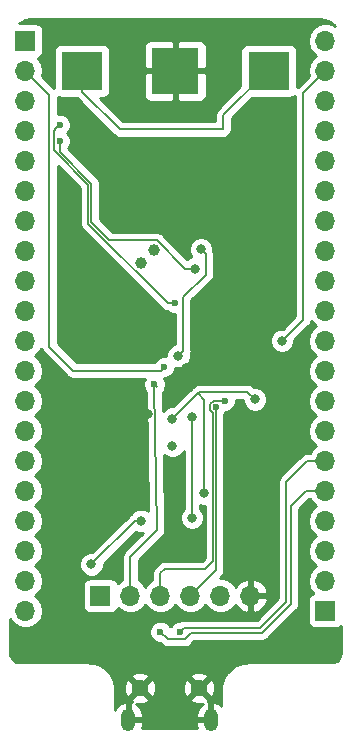
<source format=gbr>
G04 #@! TF.GenerationSoftware,KiCad,Pcbnew,(5.0.0)*
G04 #@! TF.CreationDate,2018-12-13T18:38:50+00:00*
G04 #@! TF.ProjectId,mogo,6D6F676F2E6B696361645F7063620000,rev?*
G04 #@! TF.SameCoordinates,Original*
G04 #@! TF.FileFunction,Copper,L2,Bot,Signal*
G04 #@! TF.FilePolarity,Positive*
%FSLAX46Y46*%
G04 Gerber Fmt 4.6, Leading zero omitted, Abs format (unit mm)*
G04 Created by KiCad (PCBNEW (5.0.0)) date 12/13/18 18:38:50*
%MOMM*%
%LPD*%
G01*
G04 APERTURE LIST*
G04 #@! TA.AperFunction,ComponentPad*
%ADD10R,1.700000X1.700000*%
G04 #@! TD*
G04 #@! TA.AperFunction,ComponentPad*
%ADD11O,1.700000X1.700000*%
G04 #@! TD*
G04 #@! TA.AperFunction,SMDPad,CuDef*
%ADD12R,4.000000X4.000000*%
G04 #@! TD*
G04 #@! TA.AperFunction,SMDPad,CuDef*
%ADD13R,3.500000X3.300000*%
G04 #@! TD*
G04 #@! TA.AperFunction,ComponentPad*
%ADD14O,1.200000X1.900000*%
G04 #@! TD*
G04 #@! TA.AperFunction,ComponentPad*
%ADD15C,1.450000*%
G04 #@! TD*
G04 #@! TA.AperFunction,ComponentPad*
%ADD16C,1.000000*%
G04 #@! TD*
G04 #@! TA.AperFunction,ViaPad*
%ADD17C,0.800000*%
G04 #@! TD*
G04 #@! TA.AperFunction,ViaPad*
%ADD18C,0.600000*%
G04 #@! TD*
G04 #@! TA.AperFunction,Conductor*
%ADD19C,0.127000*%
G04 #@! TD*
G04 #@! TA.AperFunction,Conductor*
%ADD20C,0.254000*%
G04 #@! TD*
G04 APERTURE END LIST*
D10*
G04 #@! TO.P,J3,1*
G04 #@! TO.N,/PB15*
X93980000Y-157480000D03*
D11*
G04 #@! TO.P,J3,2*
G04 #@! TO.N,/PA8*
X93980000Y-154940000D03*
G04 #@! TO.P,J3,3*
G04 #@! TO.N,/PA9*
X93980000Y-152400000D03*
G04 #@! TO.P,J3,4*
G04 #@! TO.N,/PA10*
X93980000Y-149860000D03*
G04 #@! TO.P,J3,5*
G04 #@! TO.N,/USB_D-*
X93980000Y-147320000D03*
G04 #@! TO.P,J3,6*
G04 #@! TO.N,/USB_D+*
X93980000Y-144780000D03*
G04 #@! TO.P,J3,7*
G04 #@! TO.N,/SWDIO*
X93980000Y-142240000D03*
G04 #@! TO.P,J3,8*
G04 #@! TO.N,/SWCLK*
X93980000Y-139700000D03*
G04 #@! TO.P,J3,9*
G04 #@! TO.N,/PA15*
X93980000Y-137160000D03*
G04 #@! TO.P,J3,10*
G04 #@! TO.N,/PB3*
X93980000Y-134620000D03*
G04 #@! TO.P,J3,11*
G04 #@! TO.N,/PB4*
X93980000Y-132080000D03*
G04 #@! TO.P,J3,12*
G04 #@! TO.N,/PB5*
X93980000Y-129540000D03*
G04 #@! TO.P,J3,13*
G04 #@! TO.N,/PB6*
X93980000Y-127000000D03*
G04 #@! TO.P,J3,14*
G04 #@! TO.N,/PB7*
X93980000Y-124460000D03*
G04 #@! TO.P,J3,15*
G04 #@! TO.N,/PB8*
X93980000Y-121920000D03*
G04 #@! TO.P,J3,16*
G04 #@! TO.N,/PB9*
X93980000Y-119380000D03*
G04 #@! TO.P,J3,17*
G04 #@! TO.N,+BATT*
X93980000Y-116840000D03*
G04 #@! TO.P,J3,18*
G04 #@! TO.N,/_RESET*
X93980000Y-114300000D03*
G04 #@! TO.P,J3,19*
G04 #@! TO.N,/BOOT0*
X93980000Y-111760000D03*
G04 #@! TO.P,J3,20*
G04 #@! TO.N,VBUS*
X93980000Y-109220000D03*
G04 #@! TD*
D12*
G04 #@! TO.P,BT1,2*
G04 #@! TO.N,GND*
X81280000Y-111760000D03*
D13*
G04 #@! TO.P,BT1,1*
G04 #@! TO.N,Net-(BT1-Pad1)*
X89180000Y-111760000D03*
X73380000Y-111760000D03*
G04 #@! TD*
D14*
G04 #@! TO.P,J1,6*
G04 #@! TO.N,GND*
X84280000Y-166720000D03*
X77280000Y-166720000D03*
D15*
X83280000Y-164020000D03*
X78280000Y-164020000D03*
G04 #@! TD*
D11*
G04 #@! TO.P,J4,20*
G04 #@! TO.N,/PB14*
X68580000Y-157480000D03*
G04 #@! TO.P,J4,19*
G04 #@! TO.N,/PB13*
X68580000Y-154940000D03*
G04 #@! TO.P,J4,18*
G04 #@! TO.N,/PB12*
X68580000Y-152400000D03*
G04 #@! TO.P,J4,17*
G04 #@! TO.N,/PB11*
X68580000Y-149860000D03*
G04 #@! TO.P,J4,16*
G04 #@! TO.N,/PB10*
X68580000Y-147320000D03*
G04 #@! TO.P,J4,15*
G04 #@! TO.N,/PB2*
X68580000Y-144780000D03*
G04 #@! TO.P,J4,14*
G04 #@! TO.N,/PB1*
X68580000Y-142240000D03*
G04 #@! TO.P,J4,13*
G04 #@! TO.N,/PB0*
X68580000Y-139700000D03*
G04 #@! TO.P,J4,12*
G04 #@! TO.N,/PA7*
X68580000Y-137160000D03*
G04 #@! TO.P,J4,11*
G04 #@! TO.N,/PA6*
X68580000Y-134620000D03*
G04 #@! TO.P,J4,10*
G04 #@! TO.N,/PA5*
X68580000Y-132080000D03*
G04 #@! TO.P,J4,9*
G04 #@! TO.N,/PA4*
X68580000Y-129540000D03*
G04 #@! TO.P,J4,8*
G04 #@! TO.N,/PA3*
X68580000Y-127000000D03*
G04 #@! TO.P,J4,7*
G04 #@! TO.N,/PA2*
X68580000Y-124460000D03*
G04 #@! TO.P,J4,6*
G04 #@! TO.N,/PA1*
X68580000Y-121920000D03*
G04 #@! TO.P,J4,5*
G04 #@! TO.N,/PA0*
X68580000Y-119380000D03*
G04 #@! TO.P,J4,4*
G04 #@! TO.N,/RTC_OSC_OUT*
X68580000Y-116840000D03*
G04 #@! TO.P,J4,3*
G04 #@! TO.N,/RTC_OSC_IN*
X68580000Y-114300000D03*
G04 #@! TO.P,J4,2*
G04 #@! TO.N,/PC13*
X68580000Y-111760000D03*
D10*
G04 #@! TO.P,J4,1*
G04 #@! TO.N,+3V3*
X68580000Y-109220000D03*
G04 #@! TD*
D16*
G04 #@! TO.P,Y2,2*
G04 #@! TO.N,Net-(C4-Pad1)*
X79419660Y-126955340D03*
G04 #@! TO.P,Y2,1*
G04 #@! TO.N,Net-(C3-Pad1)*
X78359000Y-128016000D03*
G04 #@! TD*
D10*
G04 #@! TO.P,J2,1*
G04 #@! TO.N,+3V3*
X74930000Y-156210000D03*
D11*
G04 #@! TO.P,J2,2*
G04 #@! TO.N,/_RESET*
X77470000Y-156210000D03*
G04 #@! TO.P,J2,3*
G04 #@! TO.N,/SWCLK*
X80010000Y-156210000D03*
G04 #@! TO.P,J2,4*
G04 #@! TO.N,/SWDIO*
X82550000Y-156210000D03*
G04 #@! TO.P,J2,5*
G04 #@! TO.N,/BOOT0*
X85090000Y-156210000D03*
G04 #@! TO.P,J2,6*
G04 #@! TO.N,GND*
X87630000Y-156210000D03*
G04 #@! TD*
D17*
G04 #@! TO.N,GND*
X76962000Y-149098000D03*
X80137000Y-152146000D03*
X73787000Y-145415000D03*
X78994000Y-140843000D03*
X90551000Y-140462000D03*
X87884000Y-144907000D03*
X91059000Y-160909000D03*
X68326000Y-160655000D03*
X73406000Y-139827000D03*
X73533000Y-132588000D03*
X86995000Y-130683000D03*
X79883000Y-123317000D03*
X83566000Y-138049000D03*
X82169000Y-136906000D03*
X77978000Y-112141000D03*
X84582000Y-112141000D03*
X90424000Y-114935000D03*
G04 #@! TO.N,Net-(BT1-Pad1)*
X89154000Y-111887000D03*
G04 #@! TO.N,+3V3*
X81534000Y-135890000D03*
X83726000Y-147541000D03*
X81026000Y-143510000D03*
X88011000Y-139573000D03*
X81026000Y-141213767D03*
X74168000Y-153543000D03*
X78359000Y-149860000D03*
X83439000Y-126873000D03*
G04 #@! TO.N,/BOOT0*
X82677000Y-149606000D03*
X82677000Y-141097000D03*
X90297000Y-134620000D03*
D18*
G04 #@! TO.N,/SWDIO*
X84709000Y-140208000D03*
G04 #@! TO.N,/SWCLK*
X85471000Y-139674864D03*
G04 #@! TO.N,/_RESET*
X79502000Y-138303000D03*
G04 #@! TO.N,/USB_D+*
X81661000Y-159258000D03*
G04 #@! TO.N,/USB_D-*
X80010000Y-159258000D03*
G04 #@! TO.N,/RTC_OSC_OUT*
X71461999Y-117689999D03*
D17*
X82931000Y-128524000D03*
D18*
G04 #@! TO.N,/RTC_OSC_IN*
X71501000Y-116332000D03*
X81280000Y-131445000D03*
G04 #@! TO.N,/PC13*
X80325405Y-136844595D03*
G04 #@! TD*
D19*
G04 #@! TO.N,Net-(BT1-Pad1)*
X89080000Y-111760000D02*
X89180000Y-111760000D01*
X85344000Y-115496000D02*
X89080000Y-111760000D01*
X85344000Y-116713000D02*
X85344000Y-115496000D01*
X76556000Y-116713000D02*
X85344000Y-116713000D01*
X73380000Y-113537000D02*
X76556000Y-116713000D01*
X73380000Y-111760000D02*
X73380000Y-113537000D01*
G04 #@! TO.N,+3V3*
X87376000Y-138938000D02*
X83312000Y-138938000D01*
X88011000Y-139573000D02*
X87376000Y-138938000D01*
X77851000Y-149860000D02*
X78359000Y-149860000D01*
X74168000Y-153543000D02*
X77851000Y-149860000D01*
X81933999Y-135490001D02*
X81933999Y-130918001D01*
X81534000Y-135890000D02*
X81933999Y-135490001D01*
X83838999Y-127272999D02*
X83439000Y-126873000D01*
X83838999Y-129013001D02*
X83838999Y-127272999D01*
X81933999Y-130918001D02*
X83838999Y-129013001D01*
X83726000Y-139606000D02*
X83185000Y-139065000D01*
X83726000Y-147541000D02*
X83726000Y-139606000D01*
X83312000Y-138938000D02*
X83185000Y-139065000D01*
X83185000Y-139065000D02*
X81026000Y-141224000D01*
G04 #@! TO.N,/BOOT0*
X82677000Y-149606000D02*
X82677000Y-141097000D01*
X82677000Y-141097000D02*
X82677000Y-141097000D01*
X82677000Y-141097000D02*
X82677000Y-141097000D01*
X92066499Y-113673501D02*
X92066499Y-132850501D01*
X93980000Y-111760000D02*
X92066499Y-113673501D01*
X92066499Y-132850501D02*
X90297000Y-134620000D01*
X90297000Y-134620000D02*
X90297000Y-134620000D01*
G04 #@! TO.N,/SWDIO*
X84709000Y-154051000D02*
X82550000Y-156210000D01*
X84709000Y-140208000D02*
X84709000Y-154051000D01*
G04 #@! TO.N,/SWCLK*
X80010000Y-154305000D02*
X80010000Y-156210000D01*
X80391000Y-153924000D02*
X80010000Y-154305000D01*
X83820000Y-153924000D02*
X80391000Y-153924000D01*
X84516194Y-139674864D02*
X84201000Y-139990058D01*
X85471000Y-139674864D02*
X84516194Y-139674864D01*
X84201000Y-139990058D02*
X84201000Y-140462000D01*
X84201000Y-140462000D02*
X84455000Y-140716000D01*
X84455000Y-140716000D02*
X84455000Y-153289000D01*
X84455000Y-153289000D02*
X83820000Y-153924000D01*
G04 #@! TO.N,/_RESET*
X77470000Y-156210000D02*
X77470000Y-152908000D01*
X79711501Y-150666499D02*
X79502000Y-138303000D01*
X77470000Y-152908000D02*
X79711501Y-150666499D01*
X79711501Y-138512501D02*
X79502000Y-138303000D01*
X79502000Y-138303000D02*
X79711501Y-138512501D01*
G04 #@! TO.N,/USB_D+*
X92456000Y-144780000D02*
X93980000Y-144780000D01*
X90678000Y-146558000D02*
X92456000Y-144780000D01*
X90678000Y-156718000D02*
X90678000Y-146558000D01*
X88437999Y-158958001D02*
X90678000Y-156718000D01*
X81661000Y-159258000D02*
X81960999Y-158958001D01*
X81960999Y-158958001D02*
X88437999Y-158958001D01*
G04 #@! TO.N,/USB_D-*
X92329000Y-147320000D02*
X93980000Y-147320000D01*
X91059000Y-148590000D02*
X92329000Y-147320000D01*
X80623501Y-159871501D02*
X82063499Y-159871501D01*
X80010000Y-159258000D02*
X80623501Y-159871501D01*
X82063499Y-159871501D02*
X82599989Y-159335011D01*
X82599989Y-159335011D02*
X88594162Y-159335010D01*
X88594162Y-159335010D02*
X91059000Y-156870172D01*
X91059000Y-156870172D02*
X91059000Y-148590000D01*
G04 #@! TO.N,/RTC_OSC_OUT*
X71461999Y-117689999D02*
X71461999Y-118600775D01*
X74168000Y-121306776D02*
X74168000Y-124595758D01*
X71461999Y-118600775D02*
X74168000Y-121306776D01*
X74168000Y-124595758D02*
X75683242Y-126111000D01*
X79705302Y-126111000D02*
X82118302Y-128524000D01*
X75683242Y-126111000D02*
X79705302Y-126111000D01*
X82118302Y-128524000D02*
X82931000Y-128524000D01*
X82931000Y-128524000D02*
X82931000Y-128651000D01*
X82931000Y-128524000D02*
X82931000Y-128524000D01*
G04 #@! TO.N,/RTC_OSC_IN*
X73914000Y-124700982D02*
X80658018Y-131445000D01*
X80658018Y-131445000D02*
X81280000Y-131445000D01*
X81280000Y-131445000D02*
X81280000Y-131445000D01*
X73914000Y-124700982D02*
X73914000Y-121412000D01*
X71201001Y-116631999D02*
X71501000Y-116332000D01*
X70971498Y-116861502D02*
X71201001Y-116631999D01*
X70971498Y-118469498D02*
X70971498Y-116861502D01*
X73914000Y-121412000D02*
X70971498Y-118469498D01*
G04 #@! TO.N,/PC13*
X80025406Y-137144594D02*
X72628594Y-137144594D01*
X80325405Y-136844595D02*
X80025406Y-137144594D01*
X72628594Y-137144594D02*
X70612000Y-135128000D01*
X70612000Y-113792000D02*
X68580000Y-111760000D01*
X70612000Y-135128000D02*
X70612000Y-113792000D01*
G04 #@! TD*
D20*
G04 #@! TO.N,GND*
G36*
X91368000Y-132561172D02*
X90344173Y-133585000D01*
X90091126Y-133585000D01*
X89710720Y-133742569D01*
X89419569Y-134033720D01*
X89262000Y-134414126D01*
X89262000Y-134825874D01*
X89419569Y-135206280D01*
X89710720Y-135497431D01*
X90091126Y-135655000D01*
X90502874Y-135655000D01*
X90883280Y-135497431D01*
X91174431Y-135206280D01*
X91332000Y-134825874D01*
X91332000Y-134572827D01*
X92511768Y-133393060D01*
X92570089Y-133354091D01*
X92724471Y-133123042D01*
X92762661Y-132931051D01*
X92909375Y-133150625D01*
X93207761Y-133350000D01*
X92909375Y-133549375D01*
X92581161Y-134040582D01*
X92465908Y-134620000D01*
X92581161Y-135199418D01*
X92909375Y-135690625D01*
X93207761Y-135890000D01*
X92909375Y-136089375D01*
X92581161Y-136580582D01*
X92465908Y-137160000D01*
X92581161Y-137739418D01*
X92909375Y-138230625D01*
X93207761Y-138430000D01*
X92909375Y-138629375D01*
X92581161Y-139120582D01*
X92465908Y-139700000D01*
X92581161Y-140279418D01*
X92909375Y-140770625D01*
X93207761Y-140970000D01*
X92909375Y-141169375D01*
X92581161Y-141660582D01*
X92465908Y-142240000D01*
X92581161Y-142819418D01*
X92909375Y-143310625D01*
X93207761Y-143510000D01*
X92909375Y-143709375D01*
X92660729Y-144081500D01*
X92524794Y-144081500D01*
X92456000Y-144067816D01*
X92387206Y-144081500D01*
X92183459Y-144122028D01*
X91952410Y-144276410D01*
X91913441Y-144334731D01*
X90232731Y-146015442D01*
X90174411Y-146054410D01*
X90135442Y-146112731D01*
X90020028Y-146285460D01*
X89965817Y-146558000D01*
X89979501Y-146626795D01*
X89979500Y-156428672D01*
X88148672Y-158259501D01*
X82029793Y-158259501D01*
X81960999Y-158245817D01*
X81892205Y-158259501D01*
X81688458Y-158300029D01*
X81654079Y-158323000D01*
X81475017Y-158323000D01*
X81131365Y-158465345D01*
X80868345Y-158728365D01*
X80835500Y-158807660D01*
X80802655Y-158728365D01*
X80539635Y-158465345D01*
X80195983Y-158323000D01*
X79824017Y-158323000D01*
X79480365Y-158465345D01*
X79217345Y-158728365D01*
X79075000Y-159072017D01*
X79075000Y-159443983D01*
X79217345Y-159787635D01*
X79480365Y-160050655D01*
X79824017Y-160193000D01*
X79957172Y-160193000D01*
X80080942Y-160316770D01*
X80119911Y-160375091D01*
X80350960Y-160529473D01*
X80554707Y-160570001D01*
X80554711Y-160570001D01*
X80623500Y-160583684D01*
X80692289Y-160570001D01*
X81994709Y-160570001D01*
X82063499Y-160583684D01*
X82132289Y-160570001D01*
X82132293Y-160570001D01*
X82336040Y-160529473D01*
X82567089Y-160375091D01*
X82606059Y-160316768D01*
X82889317Y-160033511D01*
X88525367Y-160033509D01*
X88594162Y-160047193D01*
X88866702Y-159992982D01*
X89039431Y-159877568D01*
X89097752Y-159838599D01*
X89136720Y-159780279D01*
X91504271Y-157412729D01*
X91562589Y-157373762D01*
X91601556Y-157315444D01*
X91601558Y-157315442D01*
X91716971Y-157142714D01*
X91716972Y-157142713D01*
X91757500Y-156938966D01*
X91757500Y-156938962D01*
X91771183Y-156870173D01*
X91757500Y-156801384D01*
X91757500Y-148879327D01*
X92618328Y-148018500D01*
X92660729Y-148018500D01*
X92909375Y-148390625D01*
X93207761Y-148590000D01*
X92909375Y-148789375D01*
X92581161Y-149280582D01*
X92465908Y-149860000D01*
X92581161Y-150439418D01*
X92909375Y-150930625D01*
X93207761Y-151130000D01*
X92909375Y-151329375D01*
X92581161Y-151820582D01*
X92465908Y-152400000D01*
X92581161Y-152979418D01*
X92909375Y-153470625D01*
X93207761Y-153670000D01*
X92909375Y-153869375D01*
X92581161Y-154360582D01*
X92465908Y-154940000D01*
X92581161Y-155519418D01*
X92909375Y-156010625D01*
X92927619Y-156022816D01*
X92882235Y-156031843D01*
X92672191Y-156172191D01*
X92531843Y-156382235D01*
X92482560Y-156630000D01*
X92482560Y-158330000D01*
X92531843Y-158577765D01*
X92672191Y-158787809D01*
X92882235Y-158928157D01*
X93130000Y-158977440D01*
X94830000Y-158977440D01*
X95077765Y-158928157D01*
X95287809Y-158787809D01*
X95302001Y-158766569D01*
X95302001Y-159188070D01*
X95302000Y-159188075D01*
X95302001Y-160977309D01*
X95248872Y-161296505D01*
X95123468Y-161528918D01*
X94929541Y-161708183D01*
X94674940Y-161820742D01*
X94443335Y-161850000D01*
X87306074Y-161850000D01*
X87262108Y-161858745D01*
X86908011Y-161903478D01*
X86867742Y-161915521D01*
X86825833Y-161918819D01*
X86709912Y-161958508D01*
X86252205Y-162160859D01*
X86205475Y-162191555D01*
X86154155Y-162213763D01*
X86057340Y-162288861D01*
X85689855Y-162628561D01*
X85655584Y-162672743D01*
X85614229Y-162710373D01*
X85546959Y-162812782D01*
X85309321Y-163253202D01*
X85291209Y-163306101D01*
X85264272Y-163355100D01*
X85233801Y-163473778D01*
X85153457Y-163956481D01*
X85142001Y-164014074D01*
X85142000Y-165501770D01*
X85063474Y-165406920D01*
X84635281Y-165180408D01*
X84597609Y-165176538D01*
X84407000Y-165301269D01*
X84407000Y-166593000D01*
X84427000Y-166593000D01*
X84427000Y-166847000D01*
X84407000Y-166847000D01*
X84407000Y-166867000D01*
X84153000Y-166867000D01*
X84153000Y-166847000D01*
X83045000Y-166847000D01*
X83045000Y-167197000D01*
X83119240Y-167438000D01*
X78440760Y-167438000D01*
X78515000Y-167197000D01*
X78515000Y-166847000D01*
X77407000Y-166847000D01*
X77407000Y-166867000D01*
X77153000Y-166867000D01*
X77153000Y-166847000D01*
X77133000Y-166847000D01*
X77133000Y-166593000D01*
X77153000Y-166593000D01*
X77153000Y-165301269D01*
X77407000Y-165301269D01*
X77407000Y-166593000D01*
X78515000Y-166593000D01*
X78515000Y-166243000D01*
X78372390Y-165780053D01*
X78063474Y-165406920D01*
X77944232Y-165343842D01*
X78081146Y-165392312D01*
X78621444Y-165363949D01*
X78988878Y-165211753D01*
X79053793Y-164973398D01*
X82506207Y-164973398D01*
X82571122Y-165211753D01*
X83081146Y-165392312D01*
X83572945Y-165366495D01*
X83496526Y-165406920D01*
X83187610Y-165780053D01*
X83045000Y-166243000D01*
X83045000Y-166593000D01*
X84153000Y-166593000D01*
X84153000Y-165301269D01*
X83993012Y-165196576D01*
X84053793Y-164973398D01*
X83280000Y-164199605D01*
X82506207Y-164973398D01*
X79053793Y-164973398D01*
X78280000Y-164199605D01*
X77506207Y-164973398D01*
X77566988Y-165196576D01*
X77407000Y-165301269D01*
X77153000Y-165301269D01*
X76962391Y-165176538D01*
X76924719Y-165180408D01*
X76496526Y-165406920D01*
X76187610Y-165780053D01*
X76148000Y-165908637D01*
X76148000Y-164014074D01*
X76139255Y-163970108D01*
X76120437Y-163821146D01*
X76907688Y-163821146D01*
X76936051Y-164361444D01*
X77088247Y-164728878D01*
X77326602Y-164793793D01*
X78100395Y-164020000D01*
X78459605Y-164020000D01*
X79233398Y-164793793D01*
X79471753Y-164728878D01*
X79652312Y-164218854D01*
X79631435Y-163821146D01*
X81907688Y-163821146D01*
X81936051Y-164361444D01*
X82088247Y-164728878D01*
X82326602Y-164793793D01*
X83100395Y-164020000D01*
X83459605Y-164020000D01*
X84233398Y-164793793D01*
X84471753Y-164728878D01*
X84652312Y-164218854D01*
X84623949Y-163678556D01*
X84471753Y-163311122D01*
X84233398Y-163246207D01*
X83459605Y-164020000D01*
X83100395Y-164020000D01*
X82326602Y-163246207D01*
X82088247Y-163311122D01*
X81907688Y-163821146D01*
X79631435Y-163821146D01*
X79623949Y-163678556D01*
X79471753Y-163311122D01*
X79233398Y-163246207D01*
X78459605Y-164020000D01*
X78100395Y-164020000D01*
X77326602Y-163246207D01*
X77088247Y-163311122D01*
X76907688Y-163821146D01*
X76120437Y-163821146D01*
X76094522Y-163616011D01*
X76082479Y-163575742D01*
X76079181Y-163533833D01*
X76039492Y-163417912D01*
X75884179Y-163066602D01*
X77506207Y-163066602D01*
X78280000Y-163840395D01*
X79053793Y-163066602D01*
X82506207Y-163066602D01*
X83280000Y-163840395D01*
X84053793Y-163066602D01*
X83988878Y-162828247D01*
X83478854Y-162647688D01*
X82938556Y-162676051D01*
X82571122Y-162828247D01*
X82506207Y-163066602D01*
X79053793Y-163066602D01*
X78988878Y-162828247D01*
X78478854Y-162647688D01*
X77938556Y-162676051D01*
X77571122Y-162828247D01*
X77506207Y-163066602D01*
X75884179Y-163066602D01*
X75837141Y-162960205D01*
X75806445Y-162913475D01*
X75784237Y-162862155D01*
X75709139Y-162765340D01*
X75369439Y-162397855D01*
X75325257Y-162363584D01*
X75287627Y-162322229D01*
X75185218Y-162254959D01*
X74744798Y-162017321D01*
X74691899Y-161999209D01*
X74642900Y-161972272D01*
X74524226Y-161941802D01*
X74524223Y-161941801D01*
X74524222Y-161941801D01*
X74041550Y-161861462D01*
X73983926Y-161850000D01*
X68130685Y-161850000D01*
X67811495Y-161796872D01*
X67579082Y-161671468D01*
X67399817Y-161477541D01*
X67287258Y-161222940D01*
X67258000Y-160991335D01*
X67258000Y-158174416D01*
X67509375Y-158550625D01*
X68000582Y-158878839D01*
X68433744Y-158965000D01*
X68726256Y-158965000D01*
X69159418Y-158878839D01*
X69650625Y-158550625D01*
X69978839Y-158059418D01*
X70094092Y-157480000D01*
X69978839Y-156900582D01*
X69650625Y-156409375D01*
X69352239Y-156210000D01*
X69650625Y-156010625D01*
X69978839Y-155519418D01*
X70094092Y-154940000D01*
X69978839Y-154360582D01*
X69650625Y-153869375D01*
X69352239Y-153670000D01*
X69650625Y-153470625D01*
X69978839Y-152979418D01*
X70094092Y-152400000D01*
X69978839Y-151820582D01*
X69650625Y-151329375D01*
X69352239Y-151130000D01*
X69650625Y-150930625D01*
X69978839Y-150439418D01*
X70094092Y-149860000D01*
X69978839Y-149280582D01*
X69650625Y-148789375D01*
X69352239Y-148590000D01*
X69650625Y-148390625D01*
X69978839Y-147899418D01*
X70094092Y-147320000D01*
X69978839Y-146740582D01*
X69650625Y-146249375D01*
X69352239Y-146050000D01*
X69650625Y-145850625D01*
X69978839Y-145359418D01*
X70094092Y-144780000D01*
X69978839Y-144200582D01*
X69650625Y-143709375D01*
X69352239Y-143510000D01*
X69650625Y-143310625D01*
X69978839Y-142819418D01*
X70094092Y-142240000D01*
X69978839Y-141660582D01*
X69650625Y-141169375D01*
X69352239Y-140970000D01*
X69650625Y-140770625D01*
X69978839Y-140279418D01*
X70094092Y-139700000D01*
X69978839Y-139120582D01*
X69650625Y-138629375D01*
X69352239Y-138430000D01*
X69650625Y-138230625D01*
X69978839Y-137739418D01*
X70094092Y-137160000D01*
X69978839Y-136580582D01*
X69650625Y-136089375D01*
X69352239Y-135890000D01*
X69650625Y-135690625D01*
X69928891Y-135274170D01*
X69954028Y-135400540D01*
X70108410Y-135631589D01*
X70166731Y-135670558D01*
X72086037Y-137589866D01*
X72125004Y-137648184D01*
X72183322Y-137687151D01*
X72183324Y-137687153D01*
X72356053Y-137802566D01*
X72628594Y-137856778D01*
X72697388Y-137843094D01*
X78680462Y-137843094D01*
X78567000Y-138117017D01*
X78567000Y-138488983D01*
X78709345Y-138832635D01*
X78814151Y-138937441D01*
X78985040Y-149022329D01*
X78945280Y-148982569D01*
X78564874Y-148825000D01*
X78153126Y-148825000D01*
X77772720Y-148982569D01*
X77502522Y-149252767D01*
X77405730Y-149317441D01*
X77405728Y-149317443D01*
X77347410Y-149356410D01*
X77308443Y-149414728D01*
X74215173Y-152508000D01*
X73962126Y-152508000D01*
X73581720Y-152665569D01*
X73290569Y-152956720D01*
X73133000Y-153337126D01*
X73133000Y-153748874D01*
X73290569Y-154129280D01*
X73581720Y-154420431D01*
X73962126Y-154578000D01*
X74373874Y-154578000D01*
X74754280Y-154420431D01*
X75045431Y-154129280D01*
X75203000Y-153748874D01*
X75203000Y-153495827D01*
X77906135Y-150792693D01*
X78153126Y-150895000D01*
X78495172Y-150895000D01*
X77024731Y-152365442D01*
X76966411Y-152404410D01*
X76927442Y-152462731D01*
X76812028Y-152635460D01*
X76757817Y-152908000D01*
X76771501Y-152976795D01*
X76771500Y-154890729D01*
X76399375Y-155139375D01*
X76387184Y-155157619D01*
X76378157Y-155112235D01*
X76237809Y-154902191D01*
X76027765Y-154761843D01*
X75780000Y-154712560D01*
X74080000Y-154712560D01*
X73832235Y-154761843D01*
X73622191Y-154902191D01*
X73481843Y-155112235D01*
X73432560Y-155360000D01*
X73432560Y-157060000D01*
X73481843Y-157307765D01*
X73622191Y-157517809D01*
X73832235Y-157658157D01*
X74080000Y-157707440D01*
X75780000Y-157707440D01*
X76027765Y-157658157D01*
X76237809Y-157517809D01*
X76378157Y-157307765D01*
X76387184Y-157262381D01*
X76399375Y-157280625D01*
X76890582Y-157608839D01*
X77323744Y-157695000D01*
X77616256Y-157695000D01*
X78049418Y-157608839D01*
X78540625Y-157280625D01*
X78740000Y-156982239D01*
X78939375Y-157280625D01*
X79430582Y-157608839D01*
X79863744Y-157695000D01*
X80156256Y-157695000D01*
X80589418Y-157608839D01*
X81080625Y-157280625D01*
X81280000Y-156982239D01*
X81479375Y-157280625D01*
X81970582Y-157608839D01*
X82403744Y-157695000D01*
X82696256Y-157695000D01*
X83129418Y-157608839D01*
X83620625Y-157280625D01*
X83820000Y-156982239D01*
X84019375Y-157280625D01*
X84510582Y-157608839D01*
X84943744Y-157695000D01*
X85236256Y-157695000D01*
X85669418Y-157608839D01*
X86160625Y-157280625D01*
X86373843Y-156961522D01*
X86434817Y-157091358D01*
X86863076Y-157481645D01*
X87273110Y-157651476D01*
X87503000Y-157530155D01*
X87503000Y-156337000D01*
X87757000Y-156337000D01*
X87757000Y-157530155D01*
X87986890Y-157651476D01*
X88396924Y-157481645D01*
X88825183Y-157091358D01*
X89071486Y-156566892D01*
X88950819Y-156337000D01*
X87757000Y-156337000D01*
X87503000Y-156337000D01*
X87483000Y-156337000D01*
X87483000Y-156083000D01*
X87503000Y-156083000D01*
X87503000Y-154889845D01*
X87757000Y-154889845D01*
X87757000Y-156083000D01*
X88950819Y-156083000D01*
X89071486Y-155853108D01*
X88825183Y-155328642D01*
X88396924Y-154938355D01*
X87986890Y-154768524D01*
X87757000Y-154889845D01*
X87503000Y-154889845D01*
X87273110Y-154768524D01*
X86863076Y-154938355D01*
X86434817Y-155328642D01*
X86373843Y-155458478D01*
X86160625Y-155139375D01*
X85669418Y-154811161D01*
X85236256Y-154725000D01*
X85022828Y-154725000D01*
X85154269Y-154593559D01*
X85212590Y-154554590D01*
X85366972Y-154323541D01*
X85407500Y-154119794D01*
X85407500Y-154119790D01*
X85421183Y-154051001D01*
X85407500Y-153982212D01*
X85407500Y-140831790D01*
X85501655Y-140737635D01*
X85554579Y-140609864D01*
X85656983Y-140609864D01*
X86000635Y-140467519D01*
X86263655Y-140204499D01*
X86406000Y-139860847D01*
X86406000Y-139636500D01*
X86976000Y-139636500D01*
X86976000Y-139778874D01*
X87133569Y-140159280D01*
X87424720Y-140450431D01*
X87805126Y-140608000D01*
X88216874Y-140608000D01*
X88597280Y-140450431D01*
X88888431Y-140159280D01*
X89046000Y-139778874D01*
X89046000Y-139367126D01*
X88888431Y-138986720D01*
X88597280Y-138695569D01*
X88216874Y-138538000D01*
X87963827Y-138538000D01*
X87918560Y-138492733D01*
X87879590Y-138434410D01*
X87648541Y-138280028D01*
X87444794Y-138239500D01*
X87444790Y-138239500D01*
X87376000Y-138225817D01*
X87307210Y-138239500D01*
X83380788Y-138239500D01*
X83311999Y-138225817D01*
X83243211Y-138239500D01*
X83243206Y-138239500D01*
X83039459Y-138280028D01*
X82808410Y-138434410D01*
X82769439Y-138492734D01*
X82739733Y-138522440D01*
X82681410Y-138561410D01*
X82642442Y-138619730D01*
X81083406Y-140178767D01*
X80820126Y-140178767D01*
X80439720Y-140336336D01*
X80238465Y-140537591D01*
X80212710Y-139017682D01*
X80215091Y-139016091D01*
X80369472Y-138785041D01*
X80420381Y-138529105D01*
X80437000Y-138488983D01*
X80437000Y-138117017D01*
X80304842Y-137797959D01*
X80332326Y-137779595D01*
X80511388Y-137779595D01*
X80855040Y-137637250D01*
X81118060Y-137374230D01*
X81260405Y-137030578D01*
X81260405Y-136896949D01*
X81328126Y-136925000D01*
X81739874Y-136925000D01*
X82120280Y-136767431D01*
X82411431Y-136476280D01*
X82569000Y-136095874D01*
X82569000Y-135796920D01*
X82591971Y-135762542D01*
X82632499Y-135558795D01*
X82632499Y-135558792D01*
X82646182Y-135490002D01*
X82632499Y-135421212D01*
X82632499Y-131207328D01*
X84284270Y-129555558D01*
X84342588Y-129516591D01*
X84381555Y-129458273D01*
X84381557Y-129458271D01*
X84496971Y-129285542D01*
X84517572Y-129181972D01*
X84537499Y-129081795D01*
X84537499Y-129081791D01*
X84551182Y-129013001D01*
X84537499Y-128944211D01*
X84537499Y-127341788D01*
X84551182Y-127272998D01*
X84537499Y-127204208D01*
X84537499Y-127204205D01*
X84496971Y-127000458D01*
X84474000Y-126966079D01*
X84474000Y-126667126D01*
X84316431Y-126286720D01*
X84025280Y-125995569D01*
X83644874Y-125838000D01*
X83233126Y-125838000D01*
X82852720Y-125995569D01*
X82561569Y-126286720D01*
X82404000Y-126667126D01*
X82404000Y-127078874D01*
X82561569Y-127459280D01*
X82630489Y-127528200D01*
X82344720Y-127646569D01*
X82286709Y-127704580D01*
X80247862Y-125665733D01*
X80208892Y-125607410D01*
X79977843Y-125453028D01*
X79774096Y-125412500D01*
X79774092Y-125412500D01*
X79705302Y-125398817D01*
X79636512Y-125412500D01*
X75972570Y-125412500D01*
X74866500Y-124306431D01*
X74866500Y-121375564D01*
X74880183Y-121306775D01*
X74866500Y-121237986D01*
X74866500Y-121237982D01*
X74825972Y-121034235D01*
X74741898Y-120908410D01*
X74710558Y-120861506D01*
X74710556Y-120861504D01*
X74671589Y-120803186D01*
X74613271Y-120764219D01*
X72161670Y-118312618D01*
X72254654Y-118219634D01*
X72396999Y-117875982D01*
X72396999Y-117504016D01*
X72254654Y-117160364D01*
X72124790Y-117030500D01*
X72293655Y-116861635D01*
X72436000Y-116517983D01*
X72436000Y-116146017D01*
X72293655Y-115802365D01*
X72030635Y-115539345D01*
X71686983Y-115397000D01*
X71315017Y-115397000D01*
X71310500Y-115398871D01*
X71310500Y-113960225D01*
X71382235Y-114008157D01*
X71630000Y-114057440D01*
X72901629Y-114057440D01*
X72934731Y-114079558D01*
X76013441Y-117158269D01*
X76052410Y-117216590D01*
X76283459Y-117370972D01*
X76487206Y-117411500D01*
X76487210Y-117411500D01*
X76555999Y-117425183D01*
X76624788Y-117411500D01*
X85275206Y-117411500D01*
X85344000Y-117425184D01*
X85412794Y-117411500D01*
X85616541Y-117370972D01*
X85847590Y-117216590D01*
X86001972Y-116985541D01*
X86056184Y-116713000D01*
X86042500Y-116644206D01*
X86042500Y-115785327D01*
X87770388Y-114057440D01*
X90930000Y-114057440D01*
X91177765Y-114008157D01*
X91367999Y-113881046D01*
X91368000Y-132561172D01*
X91368000Y-132561172D01*
G37*
X91368000Y-132561172D02*
X90344173Y-133585000D01*
X90091126Y-133585000D01*
X89710720Y-133742569D01*
X89419569Y-134033720D01*
X89262000Y-134414126D01*
X89262000Y-134825874D01*
X89419569Y-135206280D01*
X89710720Y-135497431D01*
X90091126Y-135655000D01*
X90502874Y-135655000D01*
X90883280Y-135497431D01*
X91174431Y-135206280D01*
X91332000Y-134825874D01*
X91332000Y-134572827D01*
X92511768Y-133393060D01*
X92570089Y-133354091D01*
X92724471Y-133123042D01*
X92762661Y-132931051D01*
X92909375Y-133150625D01*
X93207761Y-133350000D01*
X92909375Y-133549375D01*
X92581161Y-134040582D01*
X92465908Y-134620000D01*
X92581161Y-135199418D01*
X92909375Y-135690625D01*
X93207761Y-135890000D01*
X92909375Y-136089375D01*
X92581161Y-136580582D01*
X92465908Y-137160000D01*
X92581161Y-137739418D01*
X92909375Y-138230625D01*
X93207761Y-138430000D01*
X92909375Y-138629375D01*
X92581161Y-139120582D01*
X92465908Y-139700000D01*
X92581161Y-140279418D01*
X92909375Y-140770625D01*
X93207761Y-140970000D01*
X92909375Y-141169375D01*
X92581161Y-141660582D01*
X92465908Y-142240000D01*
X92581161Y-142819418D01*
X92909375Y-143310625D01*
X93207761Y-143510000D01*
X92909375Y-143709375D01*
X92660729Y-144081500D01*
X92524794Y-144081500D01*
X92456000Y-144067816D01*
X92387206Y-144081500D01*
X92183459Y-144122028D01*
X91952410Y-144276410D01*
X91913441Y-144334731D01*
X90232731Y-146015442D01*
X90174411Y-146054410D01*
X90135442Y-146112731D01*
X90020028Y-146285460D01*
X89965817Y-146558000D01*
X89979501Y-146626795D01*
X89979500Y-156428672D01*
X88148672Y-158259501D01*
X82029793Y-158259501D01*
X81960999Y-158245817D01*
X81892205Y-158259501D01*
X81688458Y-158300029D01*
X81654079Y-158323000D01*
X81475017Y-158323000D01*
X81131365Y-158465345D01*
X80868345Y-158728365D01*
X80835500Y-158807660D01*
X80802655Y-158728365D01*
X80539635Y-158465345D01*
X80195983Y-158323000D01*
X79824017Y-158323000D01*
X79480365Y-158465345D01*
X79217345Y-158728365D01*
X79075000Y-159072017D01*
X79075000Y-159443983D01*
X79217345Y-159787635D01*
X79480365Y-160050655D01*
X79824017Y-160193000D01*
X79957172Y-160193000D01*
X80080942Y-160316770D01*
X80119911Y-160375091D01*
X80350960Y-160529473D01*
X80554707Y-160570001D01*
X80554711Y-160570001D01*
X80623500Y-160583684D01*
X80692289Y-160570001D01*
X81994709Y-160570001D01*
X82063499Y-160583684D01*
X82132289Y-160570001D01*
X82132293Y-160570001D01*
X82336040Y-160529473D01*
X82567089Y-160375091D01*
X82606059Y-160316768D01*
X82889317Y-160033511D01*
X88525367Y-160033509D01*
X88594162Y-160047193D01*
X88866702Y-159992982D01*
X89039431Y-159877568D01*
X89097752Y-159838599D01*
X89136720Y-159780279D01*
X91504271Y-157412729D01*
X91562589Y-157373762D01*
X91601556Y-157315444D01*
X91601558Y-157315442D01*
X91716971Y-157142714D01*
X91716972Y-157142713D01*
X91757500Y-156938966D01*
X91757500Y-156938962D01*
X91771183Y-156870173D01*
X91757500Y-156801384D01*
X91757500Y-148879327D01*
X92618328Y-148018500D01*
X92660729Y-148018500D01*
X92909375Y-148390625D01*
X93207761Y-148590000D01*
X92909375Y-148789375D01*
X92581161Y-149280582D01*
X92465908Y-149860000D01*
X92581161Y-150439418D01*
X92909375Y-150930625D01*
X93207761Y-151130000D01*
X92909375Y-151329375D01*
X92581161Y-151820582D01*
X92465908Y-152400000D01*
X92581161Y-152979418D01*
X92909375Y-153470625D01*
X93207761Y-153670000D01*
X92909375Y-153869375D01*
X92581161Y-154360582D01*
X92465908Y-154940000D01*
X92581161Y-155519418D01*
X92909375Y-156010625D01*
X92927619Y-156022816D01*
X92882235Y-156031843D01*
X92672191Y-156172191D01*
X92531843Y-156382235D01*
X92482560Y-156630000D01*
X92482560Y-158330000D01*
X92531843Y-158577765D01*
X92672191Y-158787809D01*
X92882235Y-158928157D01*
X93130000Y-158977440D01*
X94830000Y-158977440D01*
X95077765Y-158928157D01*
X95287809Y-158787809D01*
X95302001Y-158766569D01*
X95302001Y-159188070D01*
X95302000Y-159188075D01*
X95302001Y-160977309D01*
X95248872Y-161296505D01*
X95123468Y-161528918D01*
X94929541Y-161708183D01*
X94674940Y-161820742D01*
X94443335Y-161850000D01*
X87306074Y-161850000D01*
X87262108Y-161858745D01*
X86908011Y-161903478D01*
X86867742Y-161915521D01*
X86825833Y-161918819D01*
X86709912Y-161958508D01*
X86252205Y-162160859D01*
X86205475Y-162191555D01*
X86154155Y-162213763D01*
X86057340Y-162288861D01*
X85689855Y-162628561D01*
X85655584Y-162672743D01*
X85614229Y-162710373D01*
X85546959Y-162812782D01*
X85309321Y-163253202D01*
X85291209Y-163306101D01*
X85264272Y-163355100D01*
X85233801Y-163473778D01*
X85153457Y-163956481D01*
X85142001Y-164014074D01*
X85142000Y-165501770D01*
X85063474Y-165406920D01*
X84635281Y-165180408D01*
X84597609Y-165176538D01*
X84407000Y-165301269D01*
X84407000Y-166593000D01*
X84427000Y-166593000D01*
X84427000Y-166847000D01*
X84407000Y-166847000D01*
X84407000Y-166867000D01*
X84153000Y-166867000D01*
X84153000Y-166847000D01*
X83045000Y-166847000D01*
X83045000Y-167197000D01*
X83119240Y-167438000D01*
X78440760Y-167438000D01*
X78515000Y-167197000D01*
X78515000Y-166847000D01*
X77407000Y-166847000D01*
X77407000Y-166867000D01*
X77153000Y-166867000D01*
X77153000Y-166847000D01*
X77133000Y-166847000D01*
X77133000Y-166593000D01*
X77153000Y-166593000D01*
X77153000Y-165301269D01*
X77407000Y-165301269D01*
X77407000Y-166593000D01*
X78515000Y-166593000D01*
X78515000Y-166243000D01*
X78372390Y-165780053D01*
X78063474Y-165406920D01*
X77944232Y-165343842D01*
X78081146Y-165392312D01*
X78621444Y-165363949D01*
X78988878Y-165211753D01*
X79053793Y-164973398D01*
X82506207Y-164973398D01*
X82571122Y-165211753D01*
X83081146Y-165392312D01*
X83572945Y-165366495D01*
X83496526Y-165406920D01*
X83187610Y-165780053D01*
X83045000Y-166243000D01*
X83045000Y-166593000D01*
X84153000Y-166593000D01*
X84153000Y-165301269D01*
X83993012Y-165196576D01*
X84053793Y-164973398D01*
X83280000Y-164199605D01*
X82506207Y-164973398D01*
X79053793Y-164973398D01*
X78280000Y-164199605D01*
X77506207Y-164973398D01*
X77566988Y-165196576D01*
X77407000Y-165301269D01*
X77153000Y-165301269D01*
X76962391Y-165176538D01*
X76924719Y-165180408D01*
X76496526Y-165406920D01*
X76187610Y-165780053D01*
X76148000Y-165908637D01*
X76148000Y-164014074D01*
X76139255Y-163970108D01*
X76120437Y-163821146D01*
X76907688Y-163821146D01*
X76936051Y-164361444D01*
X77088247Y-164728878D01*
X77326602Y-164793793D01*
X78100395Y-164020000D01*
X78459605Y-164020000D01*
X79233398Y-164793793D01*
X79471753Y-164728878D01*
X79652312Y-164218854D01*
X79631435Y-163821146D01*
X81907688Y-163821146D01*
X81936051Y-164361444D01*
X82088247Y-164728878D01*
X82326602Y-164793793D01*
X83100395Y-164020000D01*
X83459605Y-164020000D01*
X84233398Y-164793793D01*
X84471753Y-164728878D01*
X84652312Y-164218854D01*
X84623949Y-163678556D01*
X84471753Y-163311122D01*
X84233398Y-163246207D01*
X83459605Y-164020000D01*
X83100395Y-164020000D01*
X82326602Y-163246207D01*
X82088247Y-163311122D01*
X81907688Y-163821146D01*
X79631435Y-163821146D01*
X79623949Y-163678556D01*
X79471753Y-163311122D01*
X79233398Y-163246207D01*
X78459605Y-164020000D01*
X78100395Y-164020000D01*
X77326602Y-163246207D01*
X77088247Y-163311122D01*
X76907688Y-163821146D01*
X76120437Y-163821146D01*
X76094522Y-163616011D01*
X76082479Y-163575742D01*
X76079181Y-163533833D01*
X76039492Y-163417912D01*
X75884179Y-163066602D01*
X77506207Y-163066602D01*
X78280000Y-163840395D01*
X79053793Y-163066602D01*
X82506207Y-163066602D01*
X83280000Y-163840395D01*
X84053793Y-163066602D01*
X83988878Y-162828247D01*
X83478854Y-162647688D01*
X82938556Y-162676051D01*
X82571122Y-162828247D01*
X82506207Y-163066602D01*
X79053793Y-163066602D01*
X78988878Y-162828247D01*
X78478854Y-162647688D01*
X77938556Y-162676051D01*
X77571122Y-162828247D01*
X77506207Y-163066602D01*
X75884179Y-163066602D01*
X75837141Y-162960205D01*
X75806445Y-162913475D01*
X75784237Y-162862155D01*
X75709139Y-162765340D01*
X75369439Y-162397855D01*
X75325257Y-162363584D01*
X75287627Y-162322229D01*
X75185218Y-162254959D01*
X74744798Y-162017321D01*
X74691899Y-161999209D01*
X74642900Y-161972272D01*
X74524226Y-161941802D01*
X74524223Y-161941801D01*
X74524222Y-161941801D01*
X74041550Y-161861462D01*
X73983926Y-161850000D01*
X68130685Y-161850000D01*
X67811495Y-161796872D01*
X67579082Y-161671468D01*
X67399817Y-161477541D01*
X67287258Y-161222940D01*
X67258000Y-160991335D01*
X67258000Y-158174416D01*
X67509375Y-158550625D01*
X68000582Y-158878839D01*
X68433744Y-158965000D01*
X68726256Y-158965000D01*
X69159418Y-158878839D01*
X69650625Y-158550625D01*
X69978839Y-158059418D01*
X70094092Y-157480000D01*
X69978839Y-156900582D01*
X69650625Y-156409375D01*
X69352239Y-156210000D01*
X69650625Y-156010625D01*
X69978839Y-155519418D01*
X70094092Y-154940000D01*
X69978839Y-154360582D01*
X69650625Y-153869375D01*
X69352239Y-153670000D01*
X69650625Y-153470625D01*
X69978839Y-152979418D01*
X70094092Y-152400000D01*
X69978839Y-151820582D01*
X69650625Y-151329375D01*
X69352239Y-151130000D01*
X69650625Y-150930625D01*
X69978839Y-150439418D01*
X70094092Y-149860000D01*
X69978839Y-149280582D01*
X69650625Y-148789375D01*
X69352239Y-148590000D01*
X69650625Y-148390625D01*
X69978839Y-147899418D01*
X70094092Y-147320000D01*
X69978839Y-146740582D01*
X69650625Y-146249375D01*
X69352239Y-146050000D01*
X69650625Y-145850625D01*
X69978839Y-145359418D01*
X70094092Y-144780000D01*
X69978839Y-144200582D01*
X69650625Y-143709375D01*
X69352239Y-143510000D01*
X69650625Y-143310625D01*
X69978839Y-142819418D01*
X70094092Y-142240000D01*
X69978839Y-141660582D01*
X69650625Y-141169375D01*
X69352239Y-140970000D01*
X69650625Y-140770625D01*
X69978839Y-140279418D01*
X70094092Y-139700000D01*
X69978839Y-139120582D01*
X69650625Y-138629375D01*
X69352239Y-138430000D01*
X69650625Y-138230625D01*
X69978839Y-137739418D01*
X70094092Y-137160000D01*
X69978839Y-136580582D01*
X69650625Y-136089375D01*
X69352239Y-135890000D01*
X69650625Y-135690625D01*
X69928891Y-135274170D01*
X69954028Y-135400540D01*
X70108410Y-135631589D01*
X70166731Y-135670558D01*
X72086037Y-137589866D01*
X72125004Y-137648184D01*
X72183322Y-137687151D01*
X72183324Y-137687153D01*
X72356053Y-137802566D01*
X72628594Y-137856778D01*
X72697388Y-137843094D01*
X78680462Y-137843094D01*
X78567000Y-138117017D01*
X78567000Y-138488983D01*
X78709345Y-138832635D01*
X78814151Y-138937441D01*
X78985040Y-149022329D01*
X78945280Y-148982569D01*
X78564874Y-148825000D01*
X78153126Y-148825000D01*
X77772720Y-148982569D01*
X77502522Y-149252767D01*
X77405730Y-149317441D01*
X77405728Y-149317443D01*
X77347410Y-149356410D01*
X77308443Y-149414728D01*
X74215173Y-152508000D01*
X73962126Y-152508000D01*
X73581720Y-152665569D01*
X73290569Y-152956720D01*
X73133000Y-153337126D01*
X73133000Y-153748874D01*
X73290569Y-154129280D01*
X73581720Y-154420431D01*
X73962126Y-154578000D01*
X74373874Y-154578000D01*
X74754280Y-154420431D01*
X75045431Y-154129280D01*
X75203000Y-153748874D01*
X75203000Y-153495827D01*
X77906135Y-150792693D01*
X78153126Y-150895000D01*
X78495172Y-150895000D01*
X77024731Y-152365442D01*
X76966411Y-152404410D01*
X76927442Y-152462731D01*
X76812028Y-152635460D01*
X76757817Y-152908000D01*
X76771501Y-152976795D01*
X76771500Y-154890729D01*
X76399375Y-155139375D01*
X76387184Y-155157619D01*
X76378157Y-155112235D01*
X76237809Y-154902191D01*
X76027765Y-154761843D01*
X75780000Y-154712560D01*
X74080000Y-154712560D01*
X73832235Y-154761843D01*
X73622191Y-154902191D01*
X73481843Y-155112235D01*
X73432560Y-155360000D01*
X73432560Y-157060000D01*
X73481843Y-157307765D01*
X73622191Y-157517809D01*
X73832235Y-157658157D01*
X74080000Y-157707440D01*
X75780000Y-157707440D01*
X76027765Y-157658157D01*
X76237809Y-157517809D01*
X76378157Y-157307765D01*
X76387184Y-157262381D01*
X76399375Y-157280625D01*
X76890582Y-157608839D01*
X77323744Y-157695000D01*
X77616256Y-157695000D01*
X78049418Y-157608839D01*
X78540625Y-157280625D01*
X78740000Y-156982239D01*
X78939375Y-157280625D01*
X79430582Y-157608839D01*
X79863744Y-157695000D01*
X80156256Y-157695000D01*
X80589418Y-157608839D01*
X81080625Y-157280625D01*
X81280000Y-156982239D01*
X81479375Y-157280625D01*
X81970582Y-157608839D01*
X82403744Y-157695000D01*
X82696256Y-157695000D01*
X83129418Y-157608839D01*
X83620625Y-157280625D01*
X83820000Y-156982239D01*
X84019375Y-157280625D01*
X84510582Y-157608839D01*
X84943744Y-157695000D01*
X85236256Y-157695000D01*
X85669418Y-157608839D01*
X86160625Y-157280625D01*
X86373843Y-156961522D01*
X86434817Y-157091358D01*
X86863076Y-157481645D01*
X87273110Y-157651476D01*
X87503000Y-157530155D01*
X87503000Y-156337000D01*
X87757000Y-156337000D01*
X87757000Y-157530155D01*
X87986890Y-157651476D01*
X88396924Y-157481645D01*
X88825183Y-157091358D01*
X89071486Y-156566892D01*
X88950819Y-156337000D01*
X87757000Y-156337000D01*
X87503000Y-156337000D01*
X87483000Y-156337000D01*
X87483000Y-156083000D01*
X87503000Y-156083000D01*
X87503000Y-154889845D01*
X87757000Y-154889845D01*
X87757000Y-156083000D01*
X88950819Y-156083000D01*
X89071486Y-155853108D01*
X88825183Y-155328642D01*
X88396924Y-154938355D01*
X87986890Y-154768524D01*
X87757000Y-154889845D01*
X87503000Y-154889845D01*
X87273110Y-154768524D01*
X86863076Y-154938355D01*
X86434817Y-155328642D01*
X86373843Y-155458478D01*
X86160625Y-155139375D01*
X85669418Y-154811161D01*
X85236256Y-154725000D01*
X85022828Y-154725000D01*
X85154269Y-154593559D01*
X85212590Y-154554590D01*
X85366972Y-154323541D01*
X85407500Y-154119794D01*
X85407500Y-154119790D01*
X85421183Y-154051001D01*
X85407500Y-153982212D01*
X85407500Y-140831790D01*
X85501655Y-140737635D01*
X85554579Y-140609864D01*
X85656983Y-140609864D01*
X86000635Y-140467519D01*
X86263655Y-140204499D01*
X86406000Y-139860847D01*
X86406000Y-139636500D01*
X86976000Y-139636500D01*
X86976000Y-139778874D01*
X87133569Y-140159280D01*
X87424720Y-140450431D01*
X87805126Y-140608000D01*
X88216874Y-140608000D01*
X88597280Y-140450431D01*
X88888431Y-140159280D01*
X89046000Y-139778874D01*
X89046000Y-139367126D01*
X88888431Y-138986720D01*
X88597280Y-138695569D01*
X88216874Y-138538000D01*
X87963827Y-138538000D01*
X87918560Y-138492733D01*
X87879590Y-138434410D01*
X87648541Y-138280028D01*
X87444794Y-138239500D01*
X87444790Y-138239500D01*
X87376000Y-138225817D01*
X87307210Y-138239500D01*
X83380788Y-138239500D01*
X83311999Y-138225817D01*
X83243211Y-138239500D01*
X83243206Y-138239500D01*
X83039459Y-138280028D01*
X82808410Y-138434410D01*
X82769439Y-138492734D01*
X82739733Y-138522440D01*
X82681410Y-138561410D01*
X82642442Y-138619730D01*
X81083406Y-140178767D01*
X80820126Y-140178767D01*
X80439720Y-140336336D01*
X80238465Y-140537591D01*
X80212710Y-139017682D01*
X80215091Y-139016091D01*
X80369472Y-138785041D01*
X80420381Y-138529105D01*
X80437000Y-138488983D01*
X80437000Y-138117017D01*
X80304842Y-137797959D01*
X80332326Y-137779595D01*
X80511388Y-137779595D01*
X80855040Y-137637250D01*
X81118060Y-137374230D01*
X81260405Y-137030578D01*
X81260405Y-136896949D01*
X81328126Y-136925000D01*
X81739874Y-136925000D01*
X82120280Y-136767431D01*
X82411431Y-136476280D01*
X82569000Y-136095874D01*
X82569000Y-135796920D01*
X82591971Y-135762542D01*
X82632499Y-135558795D01*
X82632499Y-135558792D01*
X82646182Y-135490002D01*
X82632499Y-135421212D01*
X82632499Y-131207328D01*
X84284270Y-129555558D01*
X84342588Y-129516591D01*
X84381555Y-129458273D01*
X84381557Y-129458271D01*
X84496971Y-129285542D01*
X84517572Y-129181972D01*
X84537499Y-129081795D01*
X84537499Y-129081791D01*
X84551182Y-129013001D01*
X84537499Y-128944211D01*
X84537499Y-127341788D01*
X84551182Y-127272998D01*
X84537499Y-127204208D01*
X84537499Y-127204205D01*
X84496971Y-127000458D01*
X84474000Y-126966079D01*
X84474000Y-126667126D01*
X84316431Y-126286720D01*
X84025280Y-125995569D01*
X83644874Y-125838000D01*
X83233126Y-125838000D01*
X82852720Y-125995569D01*
X82561569Y-126286720D01*
X82404000Y-126667126D01*
X82404000Y-127078874D01*
X82561569Y-127459280D01*
X82630489Y-127528200D01*
X82344720Y-127646569D01*
X82286709Y-127704580D01*
X80247862Y-125665733D01*
X80208892Y-125607410D01*
X79977843Y-125453028D01*
X79774096Y-125412500D01*
X79774092Y-125412500D01*
X79705302Y-125398817D01*
X79636512Y-125412500D01*
X75972570Y-125412500D01*
X74866500Y-124306431D01*
X74866500Y-121375564D01*
X74880183Y-121306775D01*
X74866500Y-121237986D01*
X74866500Y-121237982D01*
X74825972Y-121034235D01*
X74741898Y-120908410D01*
X74710558Y-120861506D01*
X74710556Y-120861504D01*
X74671589Y-120803186D01*
X74613271Y-120764219D01*
X72161670Y-118312618D01*
X72254654Y-118219634D01*
X72396999Y-117875982D01*
X72396999Y-117504016D01*
X72254654Y-117160364D01*
X72124790Y-117030500D01*
X72293655Y-116861635D01*
X72436000Y-116517983D01*
X72436000Y-116146017D01*
X72293655Y-115802365D01*
X72030635Y-115539345D01*
X71686983Y-115397000D01*
X71315017Y-115397000D01*
X71310500Y-115398871D01*
X71310500Y-113960225D01*
X71382235Y-114008157D01*
X71630000Y-114057440D01*
X72901629Y-114057440D01*
X72934731Y-114079558D01*
X76013441Y-117158269D01*
X76052410Y-117216590D01*
X76283459Y-117370972D01*
X76487206Y-117411500D01*
X76487210Y-117411500D01*
X76555999Y-117425183D01*
X76624788Y-117411500D01*
X85275206Y-117411500D01*
X85344000Y-117425184D01*
X85412794Y-117411500D01*
X85616541Y-117370972D01*
X85847590Y-117216590D01*
X86001972Y-116985541D01*
X86056184Y-116713000D01*
X86042500Y-116644206D01*
X86042500Y-115785327D01*
X87770388Y-114057440D01*
X90930000Y-114057440D01*
X91177765Y-114008157D01*
X91367999Y-113881046D01*
X91368000Y-132561172D01*
G36*
X81978500Y-148840789D02*
X81799569Y-149019720D01*
X81642000Y-149400126D01*
X81642000Y-149811874D01*
X81799569Y-150192280D01*
X82090720Y-150483431D01*
X82471126Y-150641000D01*
X82882874Y-150641000D01*
X83263280Y-150483431D01*
X83554431Y-150192280D01*
X83712000Y-149811874D01*
X83712000Y-149400126D01*
X83554431Y-149019720D01*
X83375500Y-148840789D01*
X83375500Y-148516094D01*
X83520126Y-148576000D01*
X83756501Y-148576000D01*
X83756501Y-152999671D01*
X83530672Y-153225500D01*
X80459788Y-153225500D01*
X80390999Y-153211817D01*
X80322210Y-153225500D01*
X80322206Y-153225500D01*
X80118459Y-153266028D01*
X79887410Y-153420410D01*
X79848439Y-153478734D01*
X79564731Y-153762442D01*
X79506410Y-153801411D01*
X79352028Y-154032460D01*
X79311500Y-154236207D01*
X79311500Y-154236210D01*
X79297817Y-154305000D01*
X79311500Y-154373790D01*
X79311500Y-154890729D01*
X78939375Y-155139375D01*
X78740000Y-155437761D01*
X78540625Y-155139375D01*
X78168500Y-154890729D01*
X78168500Y-153197327D01*
X80160995Y-151204833D01*
X80223550Y-151161484D01*
X80295562Y-151049655D01*
X80369472Y-150939040D01*
X80370670Y-150933018D01*
X80373996Y-150927853D01*
X80397739Y-150796932D01*
X80423684Y-150666500D01*
X80408836Y-150591855D01*
X80301357Y-144249068D01*
X80439720Y-144387431D01*
X80820126Y-144545000D01*
X81231874Y-144545000D01*
X81612280Y-144387431D01*
X81903431Y-144096280D01*
X81978501Y-143915045D01*
X81978500Y-148840789D01*
X81978500Y-148840789D01*
G37*
X81978500Y-148840789D02*
X81799569Y-149019720D01*
X81642000Y-149400126D01*
X81642000Y-149811874D01*
X81799569Y-150192280D01*
X82090720Y-150483431D01*
X82471126Y-150641000D01*
X82882874Y-150641000D01*
X83263280Y-150483431D01*
X83554431Y-150192280D01*
X83712000Y-149811874D01*
X83712000Y-149400126D01*
X83554431Y-149019720D01*
X83375500Y-148840789D01*
X83375500Y-148516094D01*
X83520126Y-148576000D01*
X83756501Y-148576000D01*
X83756501Y-152999671D01*
X83530672Y-153225500D01*
X80459788Y-153225500D01*
X80390999Y-153211817D01*
X80322210Y-153225500D01*
X80322206Y-153225500D01*
X80118459Y-153266028D01*
X79887410Y-153420410D01*
X79848439Y-153478734D01*
X79564731Y-153762442D01*
X79506410Y-153801411D01*
X79352028Y-154032460D01*
X79311500Y-154236207D01*
X79311500Y-154236210D01*
X79297817Y-154305000D01*
X79311500Y-154373790D01*
X79311500Y-154890729D01*
X78939375Y-155139375D01*
X78740000Y-155437761D01*
X78540625Y-155139375D01*
X78168500Y-154890729D01*
X78168500Y-153197327D01*
X80160995Y-151204833D01*
X80223550Y-151161484D01*
X80295562Y-151049655D01*
X80369472Y-150939040D01*
X80370670Y-150933018D01*
X80373996Y-150927853D01*
X80397739Y-150796932D01*
X80423684Y-150666500D01*
X80408836Y-150591855D01*
X80301357Y-144249068D01*
X80439720Y-144387431D01*
X80820126Y-144545000D01*
X81231874Y-144545000D01*
X81612280Y-144387431D01*
X81903431Y-144096280D01*
X81978501Y-143915045D01*
X81978500Y-148840789D01*
G36*
X73215501Y-121701329D02*
X73215500Y-124632192D01*
X73201817Y-124700982D01*
X73215500Y-124769772D01*
X73215500Y-124769775D01*
X73256028Y-124973522D01*
X73410410Y-125204571D01*
X73468731Y-125243540D01*
X80115459Y-131890269D01*
X80154428Y-131948590D01*
X80385477Y-132102972D01*
X80563173Y-132138318D01*
X80658018Y-132157184D01*
X80667924Y-132155214D01*
X80750365Y-132237655D01*
X81094017Y-132380000D01*
X81235500Y-132380000D01*
X81235499Y-134893367D01*
X80947720Y-135012569D01*
X80656569Y-135303720D01*
X80499000Y-135684126D01*
X80499000Y-135909595D01*
X80139422Y-135909595D01*
X79795770Y-136051940D01*
X79532750Y-136314960D01*
X79478433Y-136446094D01*
X72917923Y-136446094D01*
X71310500Y-134838673D01*
X71310500Y-119796327D01*
X73215501Y-121701329D01*
X73215501Y-121701329D01*
G37*
X73215501Y-121701329D02*
X73215500Y-124632192D01*
X73201817Y-124700982D01*
X73215500Y-124769772D01*
X73215500Y-124769775D01*
X73256028Y-124973522D01*
X73410410Y-125204571D01*
X73468731Y-125243540D01*
X80115459Y-131890269D01*
X80154428Y-131948590D01*
X80385477Y-132102972D01*
X80563173Y-132138318D01*
X80658018Y-132157184D01*
X80667924Y-132155214D01*
X80750365Y-132237655D01*
X81094017Y-132380000D01*
X81235500Y-132380000D01*
X81235499Y-134893367D01*
X80947720Y-135012569D01*
X80656569Y-135303720D01*
X80499000Y-135684126D01*
X80499000Y-135909595D01*
X80139422Y-135909595D01*
X79795770Y-136051940D01*
X79532750Y-136314960D01*
X79478433Y-136446094D01*
X72917923Y-136446094D01*
X71310500Y-134838673D01*
X71310500Y-119796327D01*
X73215501Y-121701329D01*
G36*
X93925698Y-107452958D02*
X94350893Y-107621305D01*
X94720858Y-107890101D01*
X94792871Y-107977149D01*
X94559418Y-107821161D01*
X94126256Y-107735000D01*
X93833744Y-107735000D01*
X93400582Y-107821161D01*
X92909375Y-108149375D01*
X92581161Y-108640582D01*
X92465908Y-109220000D01*
X92581161Y-109799418D01*
X92909375Y-110290625D01*
X93207761Y-110490000D01*
X92909375Y-110689375D01*
X92581161Y-111180582D01*
X92465908Y-111760000D01*
X92553221Y-112198952D01*
X91621230Y-113130943D01*
X91577440Y-113160203D01*
X91577440Y-110110000D01*
X91528157Y-109862235D01*
X91387809Y-109652191D01*
X91177765Y-109511843D01*
X90930000Y-109462560D01*
X87430000Y-109462560D01*
X87182235Y-109511843D01*
X86972191Y-109652191D01*
X86831843Y-109862235D01*
X86782560Y-110110000D01*
X86782560Y-113069612D01*
X84898731Y-114953442D01*
X84840411Y-114992410D01*
X84801442Y-115050731D01*
X84686028Y-115223460D01*
X84631817Y-115496000D01*
X84645501Y-115564794D01*
X84645501Y-116014500D01*
X76845328Y-116014500D01*
X74888267Y-114057440D01*
X75130000Y-114057440D01*
X75377765Y-114008157D01*
X75587809Y-113867809D01*
X75728157Y-113657765D01*
X75777440Y-113410000D01*
X75777440Y-112045750D01*
X78645000Y-112045750D01*
X78645000Y-113886310D01*
X78741673Y-114119699D01*
X78920302Y-114298327D01*
X79153691Y-114395000D01*
X80994250Y-114395000D01*
X81153000Y-114236250D01*
X81153000Y-111887000D01*
X81407000Y-111887000D01*
X81407000Y-114236250D01*
X81565750Y-114395000D01*
X83406309Y-114395000D01*
X83639698Y-114298327D01*
X83818327Y-114119699D01*
X83915000Y-113886310D01*
X83915000Y-112045750D01*
X83756250Y-111887000D01*
X81407000Y-111887000D01*
X81153000Y-111887000D01*
X78803750Y-111887000D01*
X78645000Y-112045750D01*
X75777440Y-112045750D01*
X75777440Y-110110000D01*
X75728157Y-109862235D01*
X75587809Y-109652191D01*
X75560121Y-109633690D01*
X78645000Y-109633690D01*
X78645000Y-111474250D01*
X78803750Y-111633000D01*
X81153000Y-111633000D01*
X81153000Y-109283750D01*
X81407000Y-109283750D01*
X81407000Y-111633000D01*
X83756250Y-111633000D01*
X83915000Y-111474250D01*
X83915000Y-109633690D01*
X83818327Y-109400301D01*
X83639698Y-109221673D01*
X83406309Y-109125000D01*
X81565750Y-109125000D01*
X81407000Y-109283750D01*
X81153000Y-109283750D01*
X80994250Y-109125000D01*
X79153691Y-109125000D01*
X78920302Y-109221673D01*
X78741673Y-109400301D01*
X78645000Y-109633690D01*
X75560121Y-109633690D01*
X75377765Y-109511843D01*
X75130000Y-109462560D01*
X71630000Y-109462560D01*
X71382235Y-109511843D01*
X71172191Y-109652191D01*
X71031843Y-109862235D01*
X70982560Y-110110000D01*
X70982560Y-113174732D01*
X70006779Y-112198952D01*
X70094092Y-111760000D01*
X69978839Y-111180582D01*
X69650625Y-110689375D01*
X69632381Y-110677184D01*
X69677765Y-110668157D01*
X69887809Y-110527809D01*
X70028157Y-110317765D01*
X70077440Y-110070000D01*
X70077440Y-108370000D01*
X70028157Y-108122235D01*
X69887809Y-107912191D01*
X69677765Y-107771843D01*
X69430000Y-107722560D01*
X68058585Y-107722560D01*
X68110462Y-107679644D01*
X68524244Y-107484933D01*
X69006662Y-107392907D01*
X69099164Y-107390000D01*
X93427334Y-107390000D01*
X93925698Y-107452958D01*
X93925698Y-107452958D01*
G37*
X93925698Y-107452958D02*
X94350893Y-107621305D01*
X94720858Y-107890101D01*
X94792871Y-107977149D01*
X94559418Y-107821161D01*
X94126256Y-107735000D01*
X93833744Y-107735000D01*
X93400582Y-107821161D01*
X92909375Y-108149375D01*
X92581161Y-108640582D01*
X92465908Y-109220000D01*
X92581161Y-109799418D01*
X92909375Y-110290625D01*
X93207761Y-110490000D01*
X92909375Y-110689375D01*
X92581161Y-111180582D01*
X92465908Y-111760000D01*
X92553221Y-112198952D01*
X91621230Y-113130943D01*
X91577440Y-113160203D01*
X91577440Y-110110000D01*
X91528157Y-109862235D01*
X91387809Y-109652191D01*
X91177765Y-109511843D01*
X90930000Y-109462560D01*
X87430000Y-109462560D01*
X87182235Y-109511843D01*
X86972191Y-109652191D01*
X86831843Y-109862235D01*
X86782560Y-110110000D01*
X86782560Y-113069612D01*
X84898731Y-114953442D01*
X84840411Y-114992410D01*
X84801442Y-115050731D01*
X84686028Y-115223460D01*
X84631817Y-115496000D01*
X84645501Y-115564794D01*
X84645501Y-116014500D01*
X76845328Y-116014500D01*
X74888267Y-114057440D01*
X75130000Y-114057440D01*
X75377765Y-114008157D01*
X75587809Y-113867809D01*
X75728157Y-113657765D01*
X75777440Y-113410000D01*
X75777440Y-112045750D01*
X78645000Y-112045750D01*
X78645000Y-113886310D01*
X78741673Y-114119699D01*
X78920302Y-114298327D01*
X79153691Y-114395000D01*
X80994250Y-114395000D01*
X81153000Y-114236250D01*
X81153000Y-111887000D01*
X81407000Y-111887000D01*
X81407000Y-114236250D01*
X81565750Y-114395000D01*
X83406309Y-114395000D01*
X83639698Y-114298327D01*
X83818327Y-114119699D01*
X83915000Y-113886310D01*
X83915000Y-112045750D01*
X83756250Y-111887000D01*
X81407000Y-111887000D01*
X81153000Y-111887000D01*
X78803750Y-111887000D01*
X78645000Y-112045750D01*
X75777440Y-112045750D01*
X75777440Y-110110000D01*
X75728157Y-109862235D01*
X75587809Y-109652191D01*
X75560121Y-109633690D01*
X78645000Y-109633690D01*
X78645000Y-111474250D01*
X78803750Y-111633000D01*
X81153000Y-111633000D01*
X81153000Y-109283750D01*
X81407000Y-109283750D01*
X81407000Y-111633000D01*
X83756250Y-111633000D01*
X83915000Y-111474250D01*
X83915000Y-109633690D01*
X83818327Y-109400301D01*
X83639698Y-109221673D01*
X83406309Y-109125000D01*
X81565750Y-109125000D01*
X81407000Y-109283750D01*
X81153000Y-109283750D01*
X80994250Y-109125000D01*
X79153691Y-109125000D01*
X78920302Y-109221673D01*
X78741673Y-109400301D01*
X78645000Y-109633690D01*
X75560121Y-109633690D01*
X75377765Y-109511843D01*
X75130000Y-109462560D01*
X71630000Y-109462560D01*
X71382235Y-109511843D01*
X71172191Y-109652191D01*
X71031843Y-109862235D01*
X70982560Y-110110000D01*
X70982560Y-113174732D01*
X70006779Y-112198952D01*
X70094092Y-111760000D01*
X69978839Y-111180582D01*
X69650625Y-110689375D01*
X69632381Y-110677184D01*
X69677765Y-110668157D01*
X69887809Y-110527809D01*
X70028157Y-110317765D01*
X70077440Y-110070000D01*
X70077440Y-108370000D01*
X70028157Y-108122235D01*
X69887809Y-107912191D01*
X69677765Y-107771843D01*
X69430000Y-107722560D01*
X68058585Y-107722560D01*
X68110462Y-107679644D01*
X68524244Y-107484933D01*
X69006662Y-107392907D01*
X69099164Y-107390000D01*
X93427334Y-107390000D01*
X93925698Y-107452958D01*
G04 #@! TD*
M02*

</source>
